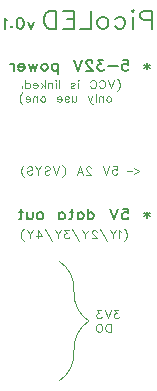
<source format=gbo>
G04 Layer: BottomSilkscreenLayer*
G04 EasyEDA Pro v2.2.37.7, 2025-03-30 22:28:03*
G04 Gerber Generator version 0.3*
G04 Scale: 100 percent, Rotated: No, Reflected: No*
G04 Dimensions in millimeters*
G04 Leading zeros omitted, absolute positions, 4 integers and 5 decimals*
%FSLAX45Y45*%
%MOMM*%
%ADD10C,0.2032*%
%ADD11C,0.1524*%
%ADD12C,0.1016*%
G75*


G04 Text Start*
G54D10*
G01X1615440Y-547370D02*
G01X1615440Y-700786D01*
G01X1615440Y-547370D02*
G01X1549654Y-547370D01*
G01X1527810Y-554736D01*
G01X1520444Y-562102D01*
G01X1513078Y-576580D01*
G01X1513078Y-598424D01*
G01X1520444Y-613156D01*
G01X1527810Y-620522D01*
G01X1549654Y-627634D01*
G01X1615440Y-627634D01*
G01X1457706Y-547370D02*
G01X1450340Y-554736D01*
G01X1442974Y-547370D01*
G01X1450340Y-540004D01*
G01X1457706Y-547370D01*
G01X1450340Y-598424D02*
G01X1450340Y-700786D01*
G01X1299972Y-620522D02*
G01X1314450Y-605790D01*
G01X1329182Y-598424D01*
G01X1351026Y-598424D01*
G01X1365758Y-605790D01*
G01X1380236Y-620522D01*
G01X1387602Y-642366D01*
G01X1387602Y-656844D01*
G01X1380236Y-678942D01*
G01X1365758Y-693420D01*
G01X1351026Y-700786D01*
G01X1329182Y-700786D01*
G01X1314450Y-693420D01*
G01X1299972Y-678942D01*
G01X1208024Y-598424D02*
G01X1222756Y-605790D01*
G01X1237234Y-620522D01*
G01X1244600Y-642366D01*
G01X1244600Y-656844D01*
G01X1237234Y-678942D01*
G01X1222756Y-693420D01*
G01X1208024Y-700786D01*
G01X1186180Y-700786D01*
G01X1171448Y-693420D01*
G01X1156970Y-678942D01*
G01X1149604Y-656844D01*
G01X1149604Y-642366D01*
G01X1156970Y-620522D01*
G01X1171448Y-605790D01*
G01X1186180Y-598424D01*
G01X1208024Y-598424D01*
G01X1094232Y-547370D02*
G01X1094232Y-700786D01*
G01X1094232Y-700786D02*
G01X1006602Y-700786D01*
G01X951230Y-547370D02*
G01X951230Y-700786D01*
G01X951230Y-547370D02*
G01X856234Y-547370D01*
G01X951230Y-620522D02*
G01X892810Y-620522D01*
G01X951230Y-700786D02*
G01X856234Y-700786D01*
G01X800862Y-547370D02*
G01X800862Y-700786D01*
G01X800862Y-547370D02*
G01X749808Y-547370D01*
G01X727710Y-554736D01*
G01X713232Y-569214D01*
G01X705866Y-583946D01*
G01X698500Y-605790D01*
G01X698500Y-642366D01*
G01X705866Y-664210D01*
G01X713232Y-678942D01*
G01X727710Y-693420D01*
G01X749808Y-700786D01*
G01X800862Y-700786D01*
G54D11*
G01X1571244Y-990346D02*
G01X1571244Y-1041654D01*
G01X1592580Y-1003046D02*
G01X1549654Y-1028954D01*
G01X1549654Y-1003046D02*
G01X1592580Y-1028954D01*
G01X1366266Y-964692D02*
G01X1409192Y-964692D01*
G01X1413510Y-1003046D01*
G01X1409192Y-998982D01*
G01X1396492Y-994664D01*
G01X1383538Y-994664D01*
G01X1370584Y-998982D01*
G01X1362202Y-1007364D01*
G01X1357884Y-1020318D01*
G01X1357884Y-1028954D01*
G01X1362202Y-1041654D01*
G01X1370584Y-1050290D01*
G01X1383538Y-1054608D01*
G01X1396492Y-1054608D01*
G01X1409192Y-1050290D01*
G01X1413510Y-1045972D01*
G01X1417828Y-1037336D01*
G01X1322070Y-1016000D02*
G01X1244854Y-1016000D01*
G01X1200404Y-964692D02*
G01X1153414Y-964692D01*
G01X1179068Y-998982D01*
G01X1166114Y-998982D01*
G01X1157478Y-1003046D01*
G01X1153414Y-1007364D01*
G01X1149096Y-1020318D01*
G01X1149096Y-1028954D01*
G01X1153414Y-1041654D01*
G01X1161796Y-1050290D01*
G01X1174750Y-1054608D01*
G01X1187704Y-1054608D01*
G01X1200404Y-1050290D01*
G01X1204722Y-1045972D01*
G01X1209040Y-1037336D01*
G01X1108964Y-986028D02*
G01X1108964Y-981710D01*
G01X1104646Y-973074D01*
G01X1100328Y-968756D01*
G01X1091946Y-964692D01*
G01X1074674Y-964692D01*
G01X1066038Y-968756D01*
G01X1061720Y-973074D01*
G01X1057656Y-981710D01*
G01X1057656Y-990346D01*
G01X1061720Y-998982D01*
G01X1070356Y-1011682D01*
G01X1113282Y-1054608D01*
G01X1053338Y-1054608D01*
G01X1017524Y-964692D02*
G01X983234Y-1054608D01*
G01X948944Y-964692D02*
G01X983234Y-1054608D01*
G01X817118Y-994664D02*
G01X817118Y-1084580D01*
G01X817118Y-1007364D02*
G01X808482Y-998982D01*
G01X799846Y-994664D01*
G01X787146Y-994664D01*
G01X778510Y-998982D01*
G01X769874Y-1007364D01*
G01X765556Y-1020318D01*
G01X765556Y-1028954D01*
G01X769874Y-1041654D01*
G01X778510Y-1050290D01*
G01X787146Y-1054608D01*
G01X799846Y-1054608D01*
G01X808482Y-1050290D01*
G01X817118Y-1041654D01*
G01X708406Y-994664D02*
G01X716788Y-998982D01*
G01X725424Y-1007364D01*
G01X729742Y-1020318D01*
G01X729742Y-1028954D01*
G01X725424Y-1041654D01*
G01X716788Y-1050290D01*
G01X708406Y-1054608D01*
G01X695452Y-1054608D01*
G01X686816Y-1050290D01*
G01X678180Y-1041654D01*
G01X674116Y-1028954D01*
G01X674116Y-1020318D01*
G01X678180Y-1007364D01*
G01X686816Y-998982D01*
G01X695452Y-994664D01*
G01X708406Y-994664D01*
G01X638302Y-994664D02*
G01X621030Y-1054608D01*
G01X604012Y-994664D02*
G01X621030Y-1054608D01*
G01X604012Y-994664D02*
G01X586740Y-1054608D01*
G01X569722Y-994664D02*
G01X586740Y-1054608D01*
G01X533908Y-1020318D02*
G01X482346Y-1020318D01*
G01X482346Y-1011682D01*
G01X486664Y-1003046D01*
G01X490982Y-998982D01*
G01X499618Y-994664D01*
G01X512572Y-994664D01*
G01X520954Y-998982D01*
G01X529590Y-1007364D01*
G01X533908Y-1020318D01*
G01X533908Y-1028954D01*
G01X529590Y-1041654D01*
G01X520954Y-1050290D01*
G01X512572Y-1054608D01*
G01X499618Y-1054608D01*
G01X490982Y-1050290D01*
G01X482346Y-1041654D01*
G01X446532Y-994664D02*
G01X446532Y-1054608D01*
G01X446532Y-1020318D02*
G01X442214Y-1007364D01*
G01X433578Y-998982D01*
G01X425196Y-994664D01*
G01X412242Y-994664D01*
G54D12*
G01X1318260Y-1122680D02*
G01X1324864Y-1129284D01*
G01X1331468Y-1138936D01*
G01X1337818Y-1151890D01*
G01X1341120Y-1168146D01*
G01X1341120Y-1181354D01*
G01X1337818Y-1197610D01*
G01X1331468Y-1210564D01*
G01X1324864Y-1220216D01*
G01X1318260Y-1226820D01*
G01X1292352Y-1135634D02*
G01X1266444Y-1203960D01*
G01X1240282Y-1135634D02*
G01X1266444Y-1203960D01*
G01X1165606Y-1151890D02*
G01X1168908Y-1145540D01*
G01X1175512Y-1138936D01*
G01X1181862Y-1135634D01*
G01X1195070Y-1135634D01*
G01X1201420Y-1138936D01*
G01X1208024Y-1145540D01*
G01X1211326Y-1151890D01*
G01X1214374Y-1161796D01*
G01X1214374Y-1178052D01*
G01X1211326Y-1187704D01*
G01X1208024Y-1194308D01*
G01X1201420Y-1200912D01*
G01X1195070Y-1203960D01*
G01X1181862Y-1203960D01*
G01X1175512Y-1200912D01*
G01X1168908Y-1194308D01*
G01X1165606Y-1187704D01*
G01X1090930Y-1151890D02*
G01X1094232Y-1145540D01*
G01X1100836Y-1138936D01*
G01X1107186Y-1135634D01*
G01X1120394Y-1135634D01*
G01X1126744Y-1138936D01*
G01X1133348Y-1145540D01*
G01X1136650Y-1151890D01*
G01X1139698Y-1161796D01*
G01X1139698Y-1178052D01*
G01X1136650Y-1187704D01*
G01X1133348Y-1194308D01*
G01X1126744Y-1200912D01*
G01X1120394Y-1203960D01*
G01X1107186Y-1203960D01*
G01X1100836Y-1200912D01*
G01X1094232Y-1194308D01*
G01X1090930Y-1187704D01*
G01X992124Y-1135634D02*
G01X989076Y-1138936D01*
G01X985774Y-1135634D01*
G01X989076Y-1132332D01*
G01X992124Y-1135634D01*
G01X989076Y-1158494D02*
G01X989076Y-1203960D01*
G01X924306Y-1168146D02*
G01X927354Y-1161796D01*
G01X937260Y-1158494D01*
G01X946912Y-1158494D01*
G01X956818Y-1161796D01*
G01X959866Y-1168146D01*
G01X956818Y-1174750D01*
G01X950214Y-1178052D01*
G01X933958Y-1181354D01*
G01X927354Y-1184402D01*
G01X924306Y-1191006D01*
G01X924306Y-1194308D01*
G01X927354Y-1200912D01*
G01X937260Y-1203960D01*
G01X946912Y-1203960D01*
G01X956818Y-1200912D01*
G01X959866Y-1194308D01*
G01X825500Y-1135634D02*
G01X825500Y-1203960D01*
G01X799592Y-1135634D02*
G01X796544Y-1138936D01*
G01X793242Y-1135634D01*
G01X796544Y-1132332D01*
G01X799592Y-1135634D01*
G01X796544Y-1158494D02*
G01X796544Y-1203960D01*
G01X767334Y-1158494D02*
G01X767334Y-1203960D01*
G01X767334Y-1171448D02*
G01X757682Y-1161796D01*
G01X751078Y-1158494D01*
G01X741426Y-1158494D01*
G01X734822Y-1161796D01*
G01X731774Y-1171448D01*
G01X731774Y-1203960D01*
G01X705866Y-1135634D02*
G01X705866Y-1203960D01*
G01X673354Y-1158494D02*
G01X705866Y-1191006D01*
G01X692912Y-1178052D02*
G01X670306Y-1203960D01*
G01X644398Y-1178052D02*
G01X605536Y-1178052D01*
G01X605536Y-1171448D01*
G01X608838Y-1165098D01*
G01X611886Y-1161796D01*
G01X618490Y-1158494D01*
G01X628142Y-1158494D01*
G01X634746Y-1161796D01*
G01X641350Y-1168146D01*
G01X644398Y-1178052D01*
G01X644398Y-1184402D01*
G01X641350Y-1194308D01*
G01X634746Y-1200912D01*
G01X628142Y-1203960D01*
G01X618490Y-1203960D01*
G01X611886Y-1200912D01*
G01X605536Y-1194308D01*
G01X540766Y-1135634D02*
G01X540766Y-1203960D01*
G01X540766Y-1168146D02*
G01X547116Y-1161796D01*
G01X553720Y-1158494D01*
G01X563372Y-1158494D01*
G01X569976Y-1161796D01*
G01X576580Y-1168146D01*
G01X579628Y-1178052D01*
G01X579628Y-1184402D01*
G01X576580Y-1194308D01*
G01X569976Y-1200912D01*
G01X563372Y-1203960D01*
G01X553720Y-1203960D01*
G01X547116Y-1200912D01*
G01X540766Y-1194308D01*
G01X508508Y-1191006D02*
G01X511810Y-1194308D01*
G01X514858Y-1191006D01*
G01X511810Y-1187704D01*
G01X508508Y-1191006D01*
G01X508508Y-1197610D01*
G01X514858Y-1203960D01*
G01X1251966Y-1272794D02*
G01X1258570Y-1276096D01*
G01X1264920Y-1282446D01*
G01X1268222Y-1292352D01*
G01X1268222Y-1298702D01*
G01X1264920Y-1308608D01*
G01X1258570Y-1315212D01*
G01X1251966Y-1318260D01*
G01X1242060Y-1318260D01*
G01X1235710Y-1315212D01*
G01X1229106Y-1308608D01*
G01X1225804Y-1298702D01*
G01X1225804Y-1292352D01*
G01X1229106Y-1282446D01*
G01X1235710Y-1276096D01*
G01X1242060Y-1272794D01*
G01X1251966Y-1272794D01*
G01X1199896Y-1272794D02*
G01X1199896Y-1318260D01*
G01X1199896Y-1285748D02*
G01X1190244Y-1276096D01*
G01X1183640Y-1272794D01*
G01X1173988Y-1272794D01*
G01X1167384Y-1276096D01*
G01X1164336Y-1285748D01*
G01X1164336Y-1318260D01*
G01X1138428Y-1249934D02*
G01X1138428Y-1318260D01*
G01X1109472Y-1272794D02*
G01X1089914Y-1318260D01*
G01X1070356Y-1272794D02*
G01X1089914Y-1318260D01*
G01X1096264Y-1331468D01*
G01X1102868Y-1337818D01*
G01X1109472Y-1341120D01*
G01X1112520Y-1341120D01*
G01X971550Y-1272794D02*
G01X971550Y-1305306D01*
G01X968502Y-1315212D01*
G01X961898Y-1318260D01*
G01X952246Y-1318260D01*
G01X945642Y-1315212D01*
G01X935990Y-1305306D01*
G01X935990Y-1272794D02*
G01X935990Y-1318260D01*
G01X874522Y-1282446D02*
G01X877570Y-1276096D01*
G01X887476Y-1272794D01*
G01X897128Y-1272794D01*
G01X907034Y-1276096D01*
G01X910082Y-1282446D01*
G01X907034Y-1289050D01*
G01X900430Y-1292352D01*
G01X884174Y-1295654D01*
G01X877570Y-1298702D01*
G01X874522Y-1305306D01*
G01X874522Y-1308608D01*
G01X877570Y-1315212D01*
G01X887476Y-1318260D01*
G01X897128Y-1318260D01*
G01X907034Y-1315212D01*
G01X910082Y-1308608D01*
G01X848614Y-1292352D02*
G01X809752Y-1292352D01*
G01X809752Y-1285748D01*
G01X813054Y-1279398D01*
G01X816102Y-1276096D01*
G01X822706Y-1272794D01*
G01X832358Y-1272794D01*
G01X838962Y-1276096D01*
G01X845566Y-1282446D01*
G01X848614Y-1292352D01*
G01X848614Y-1298702D01*
G01X845566Y-1308608D01*
G01X838962Y-1315212D01*
G01X832358Y-1318260D01*
G01X822706Y-1318260D01*
G01X816102Y-1315212D01*
G01X809752Y-1308608D01*
G01X694690Y-1272794D02*
G01X701294Y-1276096D01*
G01X707898Y-1282446D01*
G01X710946Y-1292352D01*
G01X710946Y-1298702D01*
G01X707898Y-1308608D01*
G01X701294Y-1315212D01*
G01X694690Y-1318260D01*
G01X685038Y-1318260D01*
G01X678434Y-1315212D01*
G01X672084Y-1308608D01*
G01X668782Y-1298702D01*
G01X668782Y-1292352D01*
G01X672084Y-1282446D01*
G01X678434Y-1276096D01*
G01X685038Y-1272794D01*
G01X694690Y-1272794D01*
G01X642874Y-1272794D02*
G01X642874Y-1318260D01*
G01X642874Y-1285748D02*
G01X633222Y-1276096D01*
G01X626618Y-1272794D01*
G01X616966Y-1272794D01*
G01X610362Y-1276096D01*
G01X607314Y-1285748D01*
G01X607314Y-1318260D01*
G01X581406Y-1292352D02*
G01X542544Y-1292352D01*
G01X542544Y-1285748D01*
G01X545846Y-1279398D01*
G01X548894Y-1276096D01*
G01X555498Y-1272794D01*
G01X565150Y-1272794D01*
G01X571754Y-1276096D01*
G01X578358Y-1282446D01*
G01X581406Y-1292352D01*
G01X581406Y-1298702D01*
G01X578358Y-1308608D01*
G01X571754Y-1315212D01*
G01X565150Y-1318260D01*
G01X555498Y-1318260D01*
G01X548894Y-1315212D01*
G01X542544Y-1308608D01*
G01X516636Y-1236980D02*
G01X510286Y-1243584D01*
G01X503682Y-1253236D01*
G01X497332Y-1266190D01*
G01X494030Y-1282446D01*
G01X494030Y-1295654D01*
G01X497332Y-1311910D01*
G01X503682Y-1324864D01*
G01X510286Y-1334516D01*
G01X516636Y-1341120D01*
G54D11*
G01X1571244Y-2247646D02*
G01X1571244Y-2298954D01*
G01X1592580Y-2260346D02*
G01X1549654Y-2286254D01*
G01X1549654Y-2260346D02*
G01X1592580Y-2286254D01*
G01X1366266Y-2221992D02*
G01X1409192Y-2221992D01*
G01X1413510Y-2260346D01*
G01X1409192Y-2256282D01*
G01X1396492Y-2251964D01*
G01X1383538Y-2251964D01*
G01X1370584Y-2256282D01*
G01X1362202Y-2264664D01*
G01X1357884Y-2277618D01*
G01X1357884Y-2286254D01*
G01X1362202Y-2298954D01*
G01X1370584Y-2307590D01*
G01X1383538Y-2311908D01*
G01X1396492Y-2311908D01*
G01X1409192Y-2307590D01*
G01X1413510Y-2303272D01*
G01X1417828Y-2294636D01*
G01X1322070Y-2221992D02*
G01X1287780Y-2311908D01*
G01X1253490Y-2221992D02*
G01X1287780Y-2311908D01*
G01X1070102Y-2221992D02*
G01X1070102Y-2311908D01*
G01X1070102Y-2264664D02*
G01X1078738Y-2256282D01*
G01X1087374Y-2251964D01*
G01X1100328Y-2251964D01*
G01X1108710Y-2256282D01*
G01X1117346Y-2264664D01*
G01X1121664Y-2277618D01*
G01X1121664Y-2286254D01*
G01X1117346Y-2298954D01*
G01X1108710Y-2307590D01*
G01X1100328Y-2311908D01*
G01X1087374Y-2311908D01*
G01X1078738Y-2307590D01*
G01X1070102Y-2298954D01*
G01X982726Y-2251964D02*
G01X982726Y-2311908D01*
G01X982726Y-2264664D02*
G01X991362Y-2256282D01*
G01X999998Y-2251964D01*
G01X1012952Y-2251964D01*
G01X1021334Y-2256282D01*
G01X1029970Y-2264664D01*
G01X1034288Y-2277618D01*
G01X1034288Y-2286254D01*
G01X1029970Y-2298954D01*
G01X1021334Y-2307590D01*
G01X1012952Y-2311908D01*
G01X999998Y-2311908D01*
G01X991362Y-2307590D01*
G01X982726Y-2298954D01*
G01X933958Y-2221992D02*
G01X933958Y-2294636D01*
G01X929640Y-2307590D01*
G01X921258Y-2311908D01*
G01X912622Y-2311908D01*
G01X946912Y-2251964D02*
G01X916940Y-2251964D01*
G01X825246Y-2251964D02*
G01X825246Y-2311908D01*
G01X825246Y-2264664D02*
G01X833882Y-2256282D01*
G01X842518Y-2251964D01*
G01X855472Y-2251964D01*
G01X863854Y-2256282D01*
G01X872490Y-2264664D01*
G01X876808Y-2277618D01*
G01X876808Y-2286254D01*
G01X872490Y-2298954D01*
G01X863854Y-2307590D01*
G01X855472Y-2311908D01*
G01X842518Y-2311908D01*
G01X833882Y-2307590D01*
G01X825246Y-2298954D01*
G01X672084Y-2251964D02*
G01X680466Y-2256282D01*
G01X689102Y-2264664D01*
G01X693420Y-2277618D01*
G01X693420Y-2286254D01*
G01X689102Y-2298954D01*
G01X680466Y-2307590D01*
G01X672084Y-2311908D01*
G01X659130Y-2311908D01*
G01X650494Y-2307590D01*
G01X641858Y-2298954D01*
G01X637794Y-2286254D01*
G01X637794Y-2277618D01*
G01X641858Y-2264664D01*
G01X650494Y-2256282D01*
G01X659130Y-2251964D01*
G01X672084Y-2251964D01*
G01X601980Y-2251964D02*
G01X601980Y-2294636D01*
G01X597662Y-2307590D01*
G01X589026Y-2311908D01*
G01X576326Y-2311908D01*
G01X567690Y-2307590D01*
G01X554736Y-2294636D01*
G01X554736Y-2251964D02*
G01X554736Y-2311908D01*
G01X505968Y-2221992D02*
G01X505968Y-2294636D01*
G01X501650Y-2307590D01*
G01X493268Y-2311908D01*
G01X484632Y-2311908D01*
G01X518922Y-2251964D02*
G01X488950Y-2251964D01*
G54D12*
G01X1329583Y-3082534D02*
G01X1293769Y-3082534D01*
G01X1313327Y-3108696D01*
G01X1303675Y-3108696D01*
G01X1297071Y-3111998D01*
G01X1293769Y-3115046D01*
G01X1290721Y-3124952D01*
G01X1290721Y-3131302D01*
G01X1293769Y-3141208D01*
G01X1300373Y-3147812D01*
G01X1310025Y-3150860D01*
G01X1319931Y-3150860D01*
G01X1329583Y-3147812D01*
G01X1332885Y-3144510D01*
G01X1336187Y-3137906D01*
G01X1264813Y-3082534D02*
G01X1238905Y-3150860D01*
G01X1212743Y-3082534D02*
G01X1238905Y-3150860D01*
G01X1180485Y-3082534D02*
G01X1144671Y-3082534D01*
G01X1164229Y-3108696D01*
G01X1154323Y-3108696D01*
G01X1147973Y-3111998D01*
G01X1144671Y-3115046D01*
G01X1141369Y-3124952D01*
G01X1141369Y-3131302D01*
G01X1144671Y-3141208D01*
G01X1151275Y-3147812D01*
G01X1160927Y-3150860D01*
G01X1170579Y-3150860D01*
G01X1180485Y-3147812D01*
G01X1183787Y-3144510D01*
G01X1186835Y-3137906D01*
G01X1263289Y-3196834D02*
G01X1263289Y-3265160D01*
G01X1263289Y-3196834D02*
G01X1240429Y-3196834D01*
G01X1230777Y-3200136D01*
G01X1224173Y-3206740D01*
G01X1220871Y-3213090D01*
G01X1217823Y-3222996D01*
G01X1217823Y-3239252D01*
G01X1220871Y-3248904D01*
G01X1224173Y-3255508D01*
G01X1230777Y-3262112D01*
G01X1240429Y-3265160D01*
G01X1263289Y-3265160D01*
G01X1172611Y-3196834D02*
G01X1178961Y-3200136D01*
G01X1185565Y-3206740D01*
G01X1188867Y-3213090D01*
G01X1191915Y-3222996D01*
G01X1191915Y-3239252D01*
G01X1188867Y-3248904D01*
G01X1185565Y-3255508D01*
G01X1178961Y-3262112D01*
G01X1172611Y-3265160D01*
G01X1159403Y-3265160D01*
G01X1153053Y-3262112D01*
G01X1146449Y-3255508D01*
G01X1143147Y-3248904D01*
G01X1139845Y-3239252D01*
G01X1139845Y-3222996D01*
G01X1143147Y-3213090D01*
G01X1146449Y-3206740D01*
G01X1153053Y-3200136D01*
G01X1159403Y-3196834D01*
G01X1172611Y-3196834D01*
G01X1377569Y-2392680D02*
G01X1384173Y-2399284D01*
G01X1390777Y-2408936D01*
G01X1397127Y-2421890D01*
G01X1400429Y-2438146D01*
G01X1400429Y-2451354D01*
G01X1397127Y-2467610D01*
G01X1390777Y-2480564D01*
G01X1384173Y-2490216D01*
G01X1377569Y-2496820D01*
G01X1351661Y-2418842D02*
G01X1345311Y-2415540D01*
G01X1335405Y-2405634D01*
G01X1335405Y-2473960D01*
G01X1309497Y-2405634D02*
G01X1283589Y-2438146D01*
G01X1283589Y-2473960D01*
G01X1257427Y-2405634D02*
G01X1283589Y-2438146D01*
G01X1173099Y-2392680D02*
G01X1231519Y-2496820D01*
G01X1144143Y-2421890D02*
G01X1144143Y-2418842D01*
G01X1140841Y-2412238D01*
G01X1137539Y-2408936D01*
G01X1130935Y-2405634D01*
G01X1117981Y-2405634D01*
G01X1111631Y-2408936D01*
G01X1108329Y-2412238D01*
G01X1105027Y-2418842D01*
G01X1105027Y-2425192D01*
G01X1108329Y-2431796D01*
G01X1114679Y-2441448D01*
G01X1147191Y-2473960D01*
G01X1101725Y-2473960D01*
G01X1075817Y-2405634D02*
G01X1049909Y-2438146D01*
G01X1049909Y-2473960D01*
G01X1023747Y-2405634D02*
G01X1049909Y-2438146D01*
G01X939419Y-2392680D02*
G01X997839Y-2496820D01*
G01X907161Y-2405634D02*
G01X871347Y-2405634D01*
G01X890905Y-2431796D01*
G01X880999Y-2431796D01*
G01X874649Y-2435098D01*
G01X871347Y-2438146D01*
G01X868045Y-2448052D01*
G01X868045Y-2454402D01*
G01X871347Y-2464308D01*
G01X877951Y-2470912D01*
G01X887603Y-2473960D01*
G01X897255Y-2473960D01*
G01X907161Y-2470912D01*
G01X910463Y-2467610D01*
G01X913511Y-2461006D01*
G01X842137Y-2405634D02*
G01X816229Y-2438146D01*
G01X816229Y-2473960D01*
G01X790067Y-2405634D02*
G01X816229Y-2438146D01*
G01X705739Y-2392680D02*
G01X764159Y-2496820D01*
G01X647319Y-2405634D02*
G01X679831Y-2451354D01*
G01X631063Y-2451354D01*
G01X647319Y-2405634D02*
G01X647319Y-2473960D01*
G01X605155Y-2405634D02*
G01X579247Y-2438146D01*
G01X579247Y-2473960D01*
G01X553085Y-2405634D02*
G01X579247Y-2438146D01*
G01X527177Y-2392680D02*
G01X520827Y-2399284D01*
G01X514223Y-2408936D01*
G01X507873Y-2421890D01*
G01X504571Y-2438146D01*
G01X504571Y-2451354D01*
G01X507873Y-2467610D01*
G01X514223Y-2480564D01*
G01X520827Y-2490216D01*
G01X527177Y-2496820D01*
G54D11*
G01X614680Y-639064D02*
G01X589026Y-699008D01*
G01X563118Y-639064D02*
G01X589026Y-699008D01*
G01X501650Y-609092D02*
G01X514350Y-613156D01*
G01X522986Y-626110D01*
G01X527304Y-647446D01*
G01X527304Y-660400D01*
G01X522986Y-681736D01*
G01X514350Y-694690D01*
G01X501650Y-699008D01*
G01X493014Y-699008D01*
G01X480060Y-694690D01*
G01X471678Y-681736D01*
G01X467360Y-660400D01*
G01X467360Y-647446D01*
G01X471678Y-626110D01*
G01X480060Y-613156D01*
G01X493014Y-609092D01*
G01X501650Y-609092D01*
G01X427228Y-677672D02*
G01X431546Y-681736D01*
G01X427228Y-686054D01*
G01X422910Y-681736D01*
G01X427228Y-677672D01*
G01X387096Y-626110D02*
G01X378460Y-621792D01*
G01X365760Y-609092D01*
G01X365760Y-699008D01*
G54D12*
G01X1280922Y-1865884D02*
G01X1313434Y-1865884D01*
G01X1316736Y-1895348D01*
G01X1313434Y-1892046D01*
G01X1303782Y-1888744D01*
G01X1293876Y-1888744D01*
G01X1284224Y-1892046D01*
G01X1277620Y-1898396D01*
G01X1274572Y-1908302D01*
G01X1274572Y-1914652D01*
G01X1277620Y-1924558D01*
G01X1284224Y-1931162D01*
G01X1293876Y-1934210D01*
G01X1303782Y-1934210D01*
G01X1313434Y-1931162D01*
G01X1316736Y-1927860D01*
G01X1320038Y-1921256D01*
G01X1248664Y-1865884D02*
G01X1222756Y-1934210D01*
G01X1196594Y-1865884D02*
G01X1222756Y-1934210D01*
G01X1094740Y-1882140D02*
G01X1094740Y-1879092D01*
G01X1091438Y-1872488D01*
G01X1088136Y-1869186D01*
G01X1081532Y-1865884D01*
G01X1068578Y-1865884D01*
G01X1062228Y-1869186D01*
G01X1058926Y-1872488D01*
G01X1055624Y-1879092D01*
G01X1055624Y-1885442D01*
G01X1058926Y-1892046D01*
G01X1065276Y-1901698D01*
G01X1097788Y-1934210D01*
G01X1052322Y-1934210D01*
G01X1000506Y-1865884D02*
G01X1026414Y-1934210D01*
G01X1000506Y-1865884D02*
G01X974344Y-1934210D01*
G01X1016762Y-1911604D02*
G01X984250Y-1911604D01*
G01X852932Y-1852930D02*
G01X859282Y-1859534D01*
G01X865886Y-1869186D01*
G01X872490Y-1882140D01*
G01X875538Y-1898396D01*
G01X875538Y-1911604D01*
G01X872490Y-1927860D01*
G01X865886Y-1940814D01*
G01X859282Y-1950466D01*
G01X852932Y-1957070D01*
G01X827024Y-1865884D02*
G01X801116Y-1934210D01*
G01X774954Y-1865884D02*
G01X801116Y-1934210D01*
G01X703580Y-1875790D02*
G01X710184Y-1869186D01*
G01X719836Y-1865884D01*
G01X732790Y-1865884D01*
G01X742696Y-1869186D01*
G01X749046Y-1875790D01*
G01X749046Y-1882140D01*
G01X745998Y-1888744D01*
G01X742696Y-1892046D01*
G01X736092Y-1895348D01*
G01X716534Y-1901698D01*
G01X710184Y-1905000D01*
G01X706882Y-1908302D01*
G01X703580Y-1914652D01*
G01X703580Y-1924558D01*
G01X710184Y-1931162D01*
G01X719836Y-1934210D01*
G01X732790Y-1934210D01*
G01X742696Y-1931162D01*
G01X749046Y-1924558D01*
G01X677672Y-1865884D02*
G01X651764Y-1898396D01*
G01X651764Y-1934210D01*
G01X625602Y-1865884D02*
G01X651764Y-1898396D01*
G01X554228Y-1875790D02*
G01X560832Y-1869186D01*
G01X570484Y-1865884D01*
G01X583438Y-1865884D01*
G01X593344Y-1869186D01*
G01X599694Y-1875790D01*
G01X599694Y-1882140D01*
G01X596646Y-1888744D01*
G01X593344Y-1892046D01*
G01X586740Y-1895348D01*
G01X567182Y-1901698D01*
G01X560832Y-1905000D01*
G01X557530Y-1908302D01*
G01X554228Y-1914652D01*
G01X554228Y-1924558D01*
G01X560832Y-1931162D01*
G01X570484Y-1934210D01*
G01X583438Y-1934210D01*
G01X593344Y-1931162D01*
G01X599694Y-1924558D01*
G01X528320Y-1852930D02*
G01X521970Y-1859534D01*
G01X515366Y-1869186D01*
G01X509016Y-1882140D01*
G01X505714Y-1898396D01*
G01X505714Y-1911604D01*
G01X509016Y-1927860D01*
G01X515366Y-1940814D01*
G01X521970Y-1950466D01*
G01X528320Y-1957070D01*
G01X1464945Y-1882902D02*
G01X1504315Y-1905000D01*
G01X1464945Y-1927098D01*
G01X1442847Y-1905000D02*
G01X1398651Y-1905000D01*
G04 Text End*

G04 PolygonModel Start*
G01X825500Y-3683000D02*
G03X952500Y-3429000I-147863J232682D01*
G01X825500Y-2667000D02*
G02X952500Y-2921000I-147863J-232682D01*
G01X952500Y-2921000D02*
G03X1079500Y-3175000I274863J-21318D01*
G01X952500Y-3429000D02*
G02X1079500Y-3175000I274863J21318D01*

M02*


</source>
